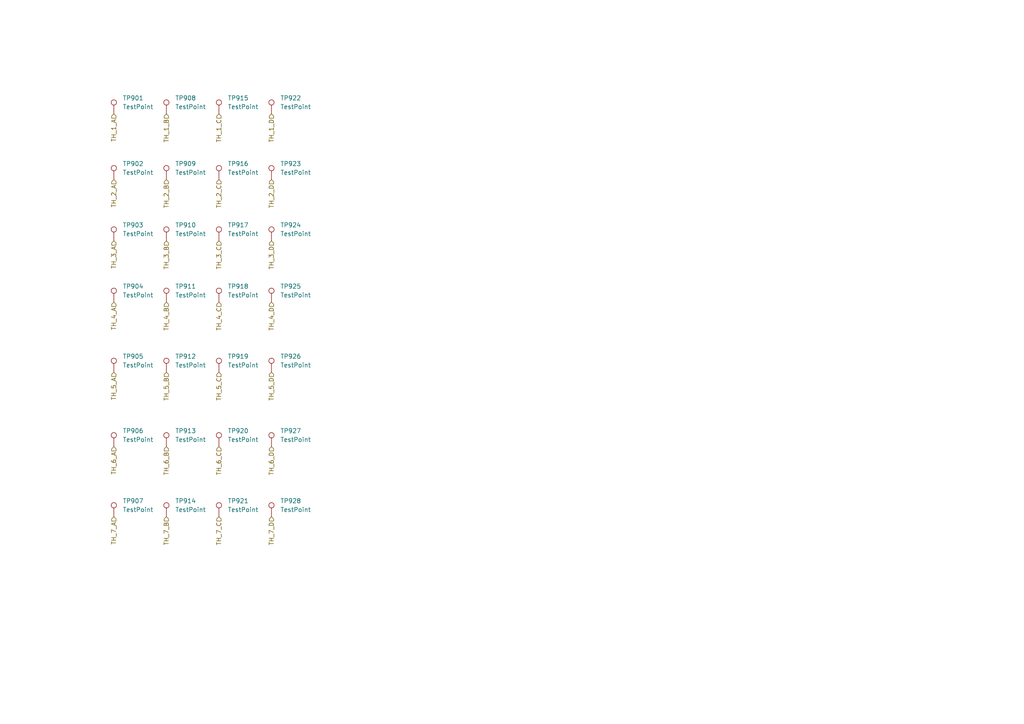
<source format=kicad_sch>
(kicad_sch (version 20250114) (generator "eeschema") (generator_version "9.0")
  (paper "A4")
  (lib_symbols
    (symbol "Connector:TestPoint" (pin_numbers (hide yes)) (pin_names (offset 0.762) (hide yes))
      (property "Reference" "TP" (at 0 6.858 0))
      (property "Value" "TestPoint" (at 0 5.08 0))
      (symbol "TestPoint_0_1"
        (circle (center 0 3.302) (radius 0.762))
      )
      (symbol "TestPoint_1_1"
        (pin passive line (at 0 0 90) (length 2.54) (name "1") (number "1"))
      )
    )
  )
  (hierarchical_label "TH_6_B" (shape input) (at 48.26 129.54 270))
  (hierarchical_label "TH_2_B" (shape input) (at 48.26 52.07 270))
  (hierarchical_label "TH_2_C" (shape input) (at 63.5 52.07 270))
  (hierarchical_label "TH_5_B" (shape input) (at 48.26 107.95 270))
  (hierarchical_label "TH_6_C" (shape input) (at 63.5 129.54 270))
  (hierarchical_label "TH_5_C" (shape input) (at 63.5 107.95 270))
  (hierarchical_label "TH_3_C" (shape input) (at 63.5 69.85 270))
  (hierarchical_label "TH_4_D" (shape input) (at 78.74 87.63 270))
  (hierarchical_label "TH_6_D" (shape input) (at 78.74 129.54 270))
  (hierarchical_label "TH_5_D" (shape input) (at 78.74 107.95 270))
  (hierarchical_label "TH_1_B" (shape input) (at 48.26 33.02 270))
  (hierarchical_label "TH_3_D" (shape input) (at 78.74 69.85 270))
  (hierarchical_label "TH_3_B" (shape input) (at 48.26 69.85 270))
  (hierarchical_label "TH_5_A" (shape input) (at 33.02 107.95 270))
  (hierarchical_label "TH_7_D" (shape input) (at 78.74 149.86 270))
  (hierarchical_label "TH_4_A" (shape input) (at 33.02 87.63 270))
  (hierarchical_label "TH_1_C" (shape input) (at 63.5 33.02 270))
  (hierarchical_label "TH_7_A" (shape input) (at 33.02 149.86 270))
  (hierarchical_label "TH_7_C" (shape input) (at 63.5 149.86 270))
  (hierarchical_label "TH_2_D" (shape input) (at 78.74 52.07 270))
  (hierarchical_label "TH_4_C" (shape input) (at 63.5 87.63 270))
  (hierarchical_label "TH_3_A" (shape input) (at 33.02 69.85 270))
  (hierarchical_label "TH_6_A" (shape input) (at 33.02 129.54 270))
  (hierarchical_label "TH_2_A" (shape input) (at 33.02 52.07 270))
  (hierarchical_label "TH_7_B" (shape input) (at 48.26 149.86 270))
  (hierarchical_label "TH_4_B" (shape input) (at 48.26 87.63 270))
  (hierarchical_label "TH_1_D" (shape input) (at 78.74 33.02 270))
  (hierarchical_label "TH_1_A" (shape input) (at 33.02 33.02 270))
  (symbol (lib_id "Connector:TestPoint") (at 48.26 107.95 0) (unit 1)
    (property "Reference" "TP912" (at 50.8 103.3779 0) (effects (justify left)))
    (property "Value" "TestPoint" (at 50.8 105.9179 0) (effects (justify left)))
    (property "Footprint" "TestPoint:TestPoint_Pad_1.0x1.0mm" (effects (hide yes)))
    (property "Description" "test point" (effects (hide yes)))
  )
  (symbol (lib_id "Connector:TestPoint") (at 48.26 129.54 0) (unit 1)
    (property "Reference" "TP913" (at 50.8 124.9679 0) (effects (justify left)))
    (property "Value" "TestPoint" (at 50.8 127.5079 0) (effects (justify left)))
    (property "Footprint" "TestPoint:TestPoint_Pad_1.0x1.0mm" (effects (hide yes)))
    (property "Description" "test point" (effects (hide yes)))
  )
  (symbol (lib_id "Connector:TestPoint") (at 78.74 33.02 0) (unit 1)
    (property "Reference" "TP922" (at 81.28 28.4479 0) (effects (justify left)))
    (property "Value" "TestPoint" (at 81.28 30.9879 0) (effects (justify left)))
    (property "Footprint" "TestPoint:TestPoint_Pad_1.0x1.0mm" (effects (hide yes)))
    (property "Description" "test point" (effects (hide yes)))
  )
  (symbol (lib_id "Connector:TestPoint") (at 63.5 33.02 0) (unit 1)
    (property "Reference" "TP915" (at 66.04 28.4479 0) (effects (justify left)))
    (property "Value" "TestPoint" (at 66.04 30.9879 0) (effects (justify left)))
    (property "Footprint" "TestPoint:TestPoint_Pad_1.0x1.0mm" (effects (hide yes)))
    (property "Description" "test point" (effects (hide yes)))
  )
  (symbol (lib_id "Connector:TestPoint") (at 78.74 129.54 0) (unit 1)
    (property "Reference" "TP927" (at 81.28 124.9679 0) (effects (justify left)))
    (property "Value" "TestPoint" (at 81.28 127.5079 0) (effects (justify left)))
    (property "Footprint" "TestPoint:TestPoint_Pad_1.0x1.0mm" (effects (hide yes)))
    (property "Description" "test point" (effects (hide yes)))
  )
  (symbol (lib_id "Connector:TestPoint") (at 78.74 149.86 0) (unit 1)
    (property "Reference" "TP928" (at 81.28 145.2879 0) (effects (justify left)))
    (property "Value" "TestPoint" (at 81.28 147.8279 0) (effects (justify left)))
    (property "Footprint" "TestPoint:TestPoint_Pad_1.0x1.0mm" (effects (hide yes)))
    (property "Description" "test point" (effects (hide yes)))
  )
  (symbol (lib_id "Connector:TestPoint") (at 33.02 149.86 0) (unit 1)
    (property "Reference" "TP907" (at 35.56 145.2879 0) (effects (justify left)))
    (property "Value" "TestPoint" (at 35.56 147.8279 0) (effects (justify left)))
    (property "Footprint" "TestPoint:TestPoint_Pad_1.0x1.0mm" (effects (hide yes)))
    (property "Description" "test point" (effects (hide yes)))
  )
  (symbol (lib_id "Connector:TestPoint") (at 48.26 52.07 0) (unit 1)
    (property "Reference" "TP909" (at 50.8 47.4979 0) (effects (justify left)))
    (property "Value" "TestPoint" (at 50.8 50.0379 0) (effects (justify left)))
    (property "Footprint" "TestPoint:TestPoint_Pad_1.0x1.0mm" (effects (hide yes)))
    (property "Description" "test point" (effects (hide yes)))
  )
  (symbol (lib_id "Connector:TestPoint") (at 63.5 87.63 0) (unit 1)
    (property "Reference" "TP918" (at 66.04 83.0579 0) (effects (justify left)))
    (property "Value" "TestPoint" (at 66.04 85.5979 0) (effects (justify left)))
    (property "Footprint" "TestPoint:TestPoint_Pad_1.0x1.0mm" (effects (hide yes)))
    (property "Description" "test point" (effects (hide yes)))
  )
  (symbol (lib_id "Connector:TestPoint") (at 33.02 69.85 0) (unit 1)
    (property "Reference" "TP903" (at 35.56 65.2779 0) (effects (justify left)))
    (property "Value" "TestPoint" (at 35.56 67.8179 0) (effects (justify left)))
    (property "Footprint" "TestPoint:TestPoint_Pad_1.0x1.0mm" (effects (hide yes)))
    (property "Description" "test point" (effects (hide yes)))
  )
  (symbol (lib_id "Connector:TestPoint") (at 33.02 87.63 0) (unit 1)
    (property "Reference" "TP904" (at 35.56 83.0579 0) (effects (justify left)))
    (property "Value" "TestPoint" (at 35.56 85.5979 0) (effects (justify left)))
    (property "Footprint" "TestPoint:TestPoint_Pad_1.0x1.0mm" (effects (hide yes)))
    (property "Description" "test point" (effects (hide yes)))
  )
  (symbol (lib_id "Connector:TestPoint") (at 78.74 52.07 0) (unit 1)
    (property "Reference" "TP923" (at 81.28 47.4979 0) (effects (justify left)))
    (property "Value" "TestPoint" (at 81.28 50.0379 0) (effects (justify left)))
    (property "Footprint" "TestPoint:TestPoint_Pad_1.0x1.0mm" (effects (hide yes)))
    (property "Description" "test point" (effects (hide yes)))
  )
  (symbol (lib_id "Connector:TestPoint") (at 48.26 69.85 0) (unit 1)
    (property "Reference" "TP910" (at 50.8 65.2779 0) (effects (justify left)))
    (property "Value" "TestPoint" (at 50.8 67.8179 0) (effects (justify left)))
    (property "Footprint" "TestPoint:TestPoint_Pad_1.0x1.0mm" (effects (hide yes)))
    (property "Description" "test point" (effects (hide yes)))
  )
  (symbol (lib_id "Connector:TestPoint") (at 63.5 69.85 0) (unit 1)
    (property "Reference" "TP917" (at 66.04 65.2779 0) (effects (justify left)))
    (property "Value" "TestPoint" (at 66.04 67.8179 0) (effects (justify left)))
    (property "Footprint" "TestPoint:TestPoint_Pad_1.0x1.0mm" (effects (hide yes)))
    (property "Description" "test point" (effects (hide yes)))
  )
  (symbol (lib_id "Connector:TestPoint") (at 78.74 69.85 0) (unit 1)
    (property "Reference" "TP924" (at 81.28 65.2779 0) (effects (justify left)))
    (property "Value" "TestPoint" (at 81.28 67.8179 0) (effects (justify left)))
    (property "Footprint" "TestPoint:TestPoint_Pad_1.0x1.0mm" (effects (hide yes)))
    (property "Description" "test point" (effects (hide yes)))
  )
  (symbol (lib_id "Connector:TestPoint") (at 63.5 149.86 0) (unit 1)
    (property "Reference" "TP921" (at 66.04 145.2879 0) (effects (justify left)))
    (property "Value" "TestPoint" (at 66.04 147.8279 0) (effects (justify left)))
    (property "Footprint" "TestPoint:TestPoint_Pad_1.0x1.0mm" (effects (hide yes)))
    (property "Description" "test point" (effects (hide yes)))
  )
  (symbol (lib_id "Connector:TestPoint") (at 63.5 107.95 0) (unit 1)
    (property "Reference" "TP919" (at 66.04 103.3779 0) (effects (justify left)))
    (property "Value" "TestPoint" (at 66.04 105.9179 0) (effects (justify left)))
    (property "Footprint" "TestPoint:TestPoint_Pad_1.0x1.0mm" (effects (hide yes)))
    (property "Description" "test point" (effects (hide yes)))
  )
  (symbol (lib_id "Connector:TestPoint") (at 48.26 87.63 0) (unit 1)
    (property "Reference" "TP911" (at 50.8 83.0579 0) (effects (justify left)))
    (property "Value" "TestPoint" (at 50.8 85.5979 0) (effects (justify left)))
    (property "Footprint" "TestPoint:TestPoint_Pad_1.0x1.0mm" (effects (hide yes)))
    (property "Description" "test point" (effects (hide yes)))
  )
  (symbol (lib_id "Connector:TestPoint") (at 63.5 52.07 0) (unit 1)
    (property "Reference" "TP916" (at 66.04 47.4979 0) (effects (justify left)))
    (property "Value" "TestPoint" (at 66.04 50.0379 0) (effects (justify left)))
    (property "Footprint" "TestPoint:TestPoint_Pad_1.0x1.0mm" (effects (hide yes)))
    (property "Description" "test point" (effects (hide yes)))
  )
  (symbol (lib_id "Connector:TestPoint") (at 33.02 52.07 0) (unit 1)
    (property "Reference" "TP902" (at 35.56 47.4979 0) (effects (justify left)))
    (property "Value" "TestPoint" (at 35.56 50.0379 0) (effects (justify left)))
    (property "Footprint" "TestPoint:TestPoint_Pad_1.0x1.0mm" (effects (hide yes)))
    (property "Description" "test point" (effects (hide yes)))
  )
  (symbol (lib_id "Connector:TestPoint") (at 48.26 149.86 0) (unit 1)
    (property "Reference" "TP914" (at 50.8 145.2879 0) (effects (justify left)))
    (property "Value" "TestPoint" (at 50.8 147.8279 0) (effects (justify left)))
    (property "Footprint" "TestPoint:TestPoint_Pad_1.0x1.0mm" (effects (hide yes)))
    (property "Description" "test point" (effects (hide yes)))
  )
  (symbol (lib_id "Connector:TestPoint") (at 33.02 129.54 0) (unit 1)
    (property "Reference" "TP906" (at 35.56 124.9679 0) (effects (justify left)))
    (property "Value" "TestPoint" (at 35.56 127.5079 0) (effects (justify left)))
    (property "Footprint" "TestPoint:TestPoint_Pad_1.0x1.0mm" (effects (hide yes)))
    (property "Description" "test point" (effects (hide yes)))
  )
  (symbol (lib_id "Connector:TestPoint") (at 48.26 33.02 0) (unit 1)
    (property "Reference" "TP908" (at 50.8 28.4479 0) (effects (justify left)))
    (property "Value" "TestPoint" (at 50.8 30.9879 0) (effects (justify left)))
    (property "Footprint" "TestPoint:TestPoint_Pad_1.0x1.0mm" (effects (hide yes)))
    (property "Description" "test point" (effects (hide yes)))
  )
  (symbol (lib_id "Connector:TestPoint") (at 33.02 33.02 0) (unit 1)
    (property "Reference" "TP901" (at 35.56 28.4479 0) (effects (justify left)))
    (property "Value" "TestPoint" (at 35.56 30.9879 0) (effects (justify left)))
    (property "Footprint" "TestPoint:TestPoint_Pad_1.0x1.0mm" (effects (hide yes)))
    (property "Description" "test point" (effects (hide yes)))
  )
  (symbol (lib_id "Connector:TestPoint") (at 63.5 129.54 0) (unit 1)
    (property "Reference" "TP920" (at 66.04 124.9679 0) (effects (justify left)))
    (property "Value" "TestPoint" (at 66.04 127.5079 0) (effects (justify left)))
    (property "Footprint" "TestPoint:TestPoint_Pad_1.0x1.0mm" (effects (hide yes)))
    (property "Description" "test point" (effects (hide yes)))
  )
  (symbol (lib_id "Connector:TestPoint") (at 33.02 107.95 0) (unit 1)
    (property "Reference" "TP905" (at 35.56 103.3779 0) (effects (justify left)))
    (property "Value" "TestPoint" (at 35.56 105.9179 0) (effects (justify left)))
    (property "Footprint" "TestPoint:TestPoint_Pad_1.0x1.0mm" (effects (hide yes)))
    (property "Description" "test point" (effects (hide yes)))
  )
  (symbol (lib_id "Connector:TestPoint") (at 78.74 107.95 0) (unit 1)
    (property "Reference" "TP926" (at 81.28 103.3779 0) (effects (justify left)))
    (property "Value" "TestPoint" (at 81.28 105.9179 0) (effects (justify left)))
    (property "Footprint" "TestPoint:TestPoint_Pad_1.0x1.0mm" (effects (hide yes)))
    (property "Description" "test point" (effects (hide yes)))
  )
  (symbol (lib_id "Connector:TestPoint") (at 78.74 87.63 0) (unit 1)
    (property "Reference" "TP925" (at 81.28 83.0579 0) (effects (justify left)))
    (property "Value" "TestPoint" (at 81.28 85.5979 0) (effects (justify left)))
    (property "Footprint" "TestPoint:TestPoint_Pad_1.0x1.0mm" (effects (hide yes)))
    (property "Description" "test point" (effects (hide yes)))
  )
)
</source>
